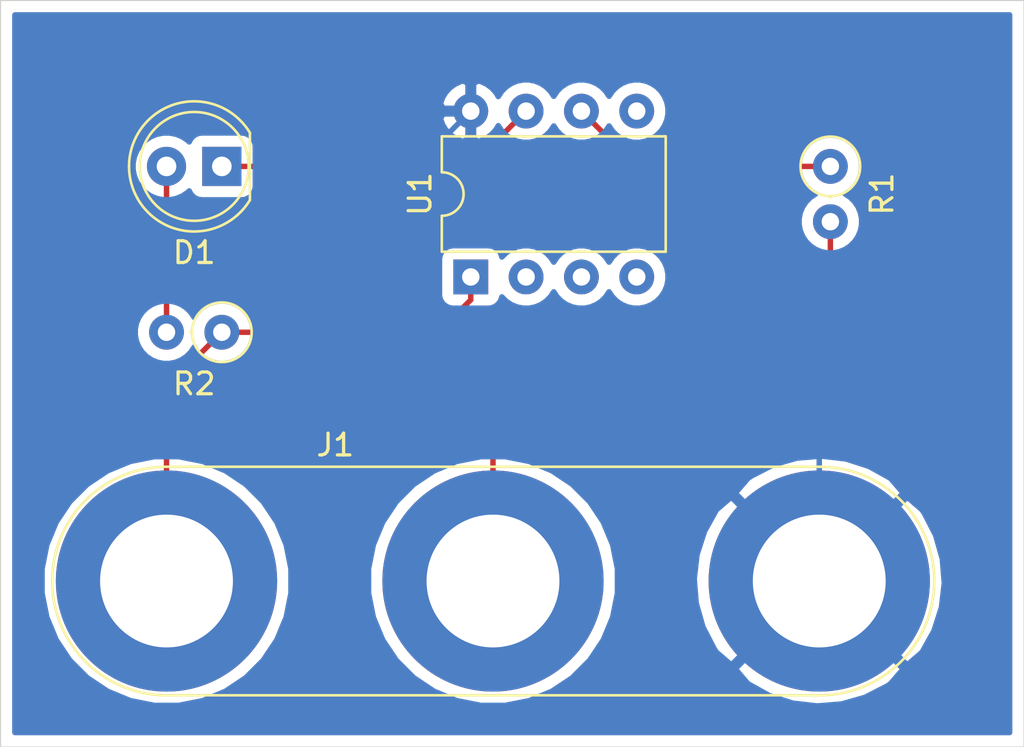
<source format=kicad_pcb>
(kicad_pcb (version 20171130) (host pcbnew "(5.1.5)-2")

  (general
    (thickness 1.6)
    (drawings 4)
    (tracks 24)
    (zones 0)
    (modules 5)
    (nets 11)
  )

  (page A4)
  (title_block
    (title "Tutorial 1")
    (date 2019-12-02)
  )

  (layers
    (0 F.Cu signal)
    (31 B.Cu signal)
    (32 B.Adhes user)
    (33 F.Adhes user)
    (34 B.Paste user)
    (35 F.Paste user)
    (36 B.SilkS user)
    (37 F.SilkS user)
    (38 B.Mask user)
    (39 F.Mask user)
    (40 Dwgs.User user)
    (41 Cmts.User user)
    (42 Eco1.User user)
    (43 Eco2.User user)
    (44 Edge.Cuts user)
    (45 Margin user)
    (46 B.CrtYd user)
    (47 F.CrtYd user)
    (48 B.Fab user)
    (49 F.Fab user)
  )

  (setup
    (last_trace_width 0.25)
    (trace_clearance 0.25)
    (zone_clearance 0.508)
    (zone_45_only no)
    (trace_min 0.25)
    (via_size 0.8)
    (via_drill 0.4)
    (via_min_size 0.4)
    (via_min_drill 0.3)
    (uvia_size 0.3)
    (uvia_drill 0.1)
    (uvias_allowed no)
    (uvia_min_size 0.2)
    (uvia_min_drill 0.1)
    (edge_width 0.05)
    (segment_width 0.2)
    (pcb_text_width 0.3)
    (pcb_text_size 1.5 1.5)
    (mod_edge_width 0.12)
    (mod_text_size 1 1)
    (mod_text_width 0.15)
    (pad_size 1.524 1.524)
    (pad_drill 0.762)
    (pad_to_mask_clearance 0.051)
    (solder_mask_min_width 0.25)
    (aux_axis_origin 0 0)
    (visible_elements FFFFFF7F)
    (pcbplotparams
      (layerselection 0x010fc_ffffffff)
      (usegerberextensions false)
      (usegerberattributes false)
      (usegerberadvancedattributes false)
      (creategerberjobfile false)
      (excludeedgelayer true)
      (linewidth 0.100000)
      (plotframeref false)
      (viasonmask false)
      (mode 1)
      (useauxorigin false)
      (hpglpennumber 1)
      (hpglpenspeed 20)
      (hpglpendiameter 15.000000)
      (psnegative false)
      (psa4output false)
      (plotreference true)
      (plotvalue true)
      (plotinvisibletext false)
      (padsonsilk false)
      (subtractmaskfromsilk false)
      (outputformat 1)
      (mirror false)
      (drillshape 0)
      (scaleselection 1)
      (outputdirectory "gerber/"))
  )

  (net 0 "")
  (net 1 /uCtoLED)
  (net 2 /LEDtoR)
  (net 3 VCC)
  (net 4 GND)
  (net 5 /INPUTtoR)
  (net 6 /INPUT)
  (net 7 "Net-(U1-Pad5)")
  (net 8 "Net-(U1-Pad2)")
  (net 9 "Net-(U1-Pad3)")
  (net 10 "Net-(U1-Pad4)")

  (net_class Default "Dit is de standaard class."
    (clearance 0.25)
    (trace_width 0.25)
    (via_dia 0.8)
    (via_drill 0.4)
    (uvia_dia 0.3)
    (uvia_drill 0.1)
    (diff_pair_width 0.25)
    (diff_pair_gap 0.25)
    (add_net /INPUT)
    (add_net /INPUTtoR)
    (add_net /LEDtoR)
    (add_net /uCtoLED)
    (add_net GND)
    (add_net "Net-(U1-Pad2)")
    (add_net "Net-(U1-Pad3)")
    (add_net "Net-(U1-Pad4)")
    (add_net "Net-(U1-Pad5)")
    (add_net VCC)
  )

  (module LED_THT:LED_D5.0mm (layer F.Cu) (tedit 5995936A) (tstamp 5DE52BD2)
    (at 125.73 100.33 180)
    (descr "LED, diameter 5.0mm, 2 pins, http://cdn-reichelt.de/documents/datenblatt/A500/LL-504BC2E-009.pdf")
    (tags "LED diameter 5.0mm 2 pins")
    (path /5DE512A9)
    (fp_text reference D1 (at 1.27 -3.96) (layer F.SilkS)
      (effects (font (size 1 1) (thickness 0.15)))
    )
    (fp_text value LED (at 1.27 3.96) (layer F.Fab)
      (effects (font (size 1 1) (thickness 0.15)))
    )
    (fp_arc (start 1.27 0) (end -1.23 -1.469694) (angle 299.1) (layer F.Fab) (width 0.1))
    (fp_arc (start 1.27 0) (end -1.29 -1.54483) (angle 148.9) (layer F.SilkS) (width 0.12))
    (fp_arc (start 1.27 0) (end -1.29 1.54483) (angle -148.9) (layer F.SilkS) (width 0.12))
    (fp_circle (center 1.27 0) (end 3.77 0) (layer F.Fab) (width 0.1))
    (fp_circle (center 1.27 0) (end 3.77 0) (layer F.SilkS) (width 0.12))
    (fp_line (start -1.23 -1.469694) (end -1.23 1.469694) (layer F.Fab) (width 0.1))
    (fp_line (start -1.29 -1.545) (end -1.29 1.545) (layer F.SilkS) (width 0.12))
    (fp_line (start -1.95 -3.25) (end -1.95 3.25) (layer F.CrtYd) (width 0.05))
    (fp_line (start -1.95 3.25) (end 4.5 3.25) (layer F.CrtYd) (width 0.05))
    (fp_line (start 4.5 3.25) (end 4.5 -3.25) (layer F.CrtYd) (width 0.05))
    (fp_line (start 4.5 -3.25) (end -1.95 -3.25) (layer F.CrtYd) (width 0.05))
    (fp_text user %R (at 1.25 0) (layer F.Fab)
      (effects (font (size 0.8 0.8) (thickness 0.2)))
    )
    (pad 1 thru_hole rect (at 0 0 180) (size 1.8 1.8) (drill 0.9) (layers *.Cu *.Mask)
      (net 1 /uCtoLED))
    (pad 2 thru_hole circle (at 2.54 0 180) (size 1.8 1.8) (drill 0.9) (layers *.Cu *.Mask)
      (net 2 /LEDtoR))
    (model ${KISYS3DMOD}/LED_THT.3dshapes/LED_D5.0mm.wrl
      (at (xyz 0 0 0))
      (scale (xyz 1 1 1))
      (rotate (xyz 0 0 0))
    )
  )

  (module Connector:Banana_Jack_3Pin (layer F.Cu) (tedit 5A1AB217) (tstamp 5DE52BE8)
    (at 123.19 119.38)
    (descr "Triple banana socket, footprint - 3 x 6mm drills")
    (tags "banana socket")
    (path /5DE69818)
    (fp_text reference J1 (at 7.75 -6.25) (layer F.SilkS)
      (effects (font (size 1 1) (thickness 0.15)))
    )
    (fp_text value MyConn3 (at 22.5 -6.25) (layer F.Fab)
      (effects (font (size 1 1) (thickness 0.15)))
    )
    (fp_text user %R (at 14.99 0) (layer F.Fab)
      (effects (font (size 0.8 0.8) (thickness 0.12)))
    )
    (fp_line (start 30 5.5) (end 0 5.5) (layer F.CrtYd) (width 0.05))
    (fp_line (start 0 -5.5) (end 30 -5.5) (layer F.CrtYd) (width 0.05))
    (fp_line (start 0 5.25) (end 30 5.25) (layer F.SilkS) (width 0.12))
    (fp_line (start 30 -5.25) (end 0 -5.25) (layer F.SilkS) (width 0.12))
    (fp_circle (center 30 0) (end 30 -2) (layer F.Fab) (width 0.1))
    (fp_circle (center 30 0) (end 30 -4.75) (layer F.Fab) (width 0.1))
    (fp_circle (center 15 0) (end 19.75 0) (layer F.Fab) (width 0.1))
    (fp_circle (center 15 0) (end 17 0) (layer F.Fab) (width 0.1))
    (fp_circle (center 0 0) (end 4.75 0) (layer F.Fab) (width 0.1))
    (fp_circle (center 0 0) (end 2 0) (layer F.Fab) (width 0.1))
    (fp_arc (start 0 0) (end 0 5.5) (angle 180) (layer F.CrtYd) (width 0.05))
    (fp_arc (start 30 0) (end 30 -5.5) (angle 180) (layer F.CrtYd) (width 0.05))
    (fp_arc (start 30 0) (end 30 -5.25) (angle 180) (layer F.SilkS) (width 0.12))
    (fp_arc (start 0 0) (end 0 5.25) (angle 180) (layer F.SilkS) (width 0.12))
    (pad 1 thru_hole circle (at 0 0) (size 10.16 10.16) (drill 6.1) (layers *.Cu *.Mask)
      (net 3 VCC))
    (pad 3 thru_hole circle (at 29.97 0) (size 10.16 10.16) (drill 6.1) (layers *.Cu *.Mask)
      (net 4 GND))
    (pad 2 thru_hole circle (at 14.99 0) (size 10.16 10.16) (drill 6.1) (layers *.Cu *.Mask)
      (net 5 /INPUTtoR))
    (model ${KISYS3DMOD}/Connector.3dshapes/Banana_Jack_3Pin.wrl
      (offset (xyz 14.9999997746626 0 0))
      (scale (xyz 2 2 2))
      (rotate (xyz 0 0 0))
    )
  )

  (module Resistor_THT:R_Axial_DIN0207_L6.3mm_D2.5mm_P2.54mm_Vertical (layer F.Cu) (tedit 5AE5139B) (tstamp 5DE52BF7)
    (at 153.67 100.33 270)
    (descr "Resistor, Axial_DIN0207 series, Axial, Vertical, pin pitch=2.54mm, 0.25W = 1/4W, length*diameter=6.3*2.5mm^2, http://cdn-reichelt.de/documents/datenblatt/B400/1_4W%23YAG.pdf")
    (tags "Resistor Axial_DIN0207 series Axial Vertical pin pitch 2.54mm 0.25W = 1/4W length 6.3mm diameter 2.5mm")
    (path /5DE4DCBE)
    (fp_text reference R1 (at 1.27 -2.37 90) (layer F.SilkS)
      (effects (font (size 1 1) (thickness 0.15)))
    )
    (fp_text value 100 (at 1.27 2.37 270) (layer F.Fab)
      (effects (font (size 1 1) (thickness 0.15)))
    )
    (fp_text user %R (at 1.27 -2.37 90) (layer F.Fab)
      (effects (font (size 1 1) (thickness 0.15)))
    )
    (fp_line (start 3.59 -1.5) (end -1.5 -1.5) (layer F.CrtYd) (width 0.05))
    (fp_line (start 3.59 1.5) (end 3.59 -1.5) (layer F.CrtYd) (width 0.05))
    (fp_line (start -1.5 1.5) (end 3.59 1.5) (layer F.CrtYd) (width 0.05))
    (fp_line (start -1.5 -1.5) (end -1.5 1.5) (layer F.CrtYd) (width 0.05))
    (fp_line (start 1.37 0) (end 1.44 0) (layer F.SilkS) (width 0.12))
    (fp_line (start 0 0) (end 2.54 0) (layer F.Fab) (width 0.1))
    (fp_circle (center 0 0) (end 1.37 0) (layer F.SilkS) (width 0.12))
    (fp_circle (center 0 0) (end 1.25 0) (layer F.Fab) (width 0.1))
    (pad 2 thru_hole oval (at 2.54 0 270) (size 1.6 1.6) (drill 0.8) (layers *.Cu *.Mask)
      (net 5 /INPUTtoR))
    (pad 1 thru_hole circle (at 0 0 270) (size 1.6 1.6) (drill 0.8) (layers *.Cu *.Mask)
      (net 6 /INPUT))
    (model ${KISYS3DMOD}/Resistor_THT.3dshapes/R_Axial_DIN0207_L6.3mm_D2.5mm_P2.54mm_Vertical.wrl
      (at (xyz 0 0 0))
      (scale (xyz 1 1 1))
      (rotate (xyz 0 0 0))
    )
  )

  (module Resistor_THT:R_Axial_DIN0207_L6.3mm_D2.5mm_P2.54mm_Vertical (layer F.Cu) (tedit 5AE5139B) (tstamp 5DE52C06)
    (at 125.73 107.95 180)
    (descr "Resistor, Axial_DIN0207 series, Axial, Vertical, pin pitch=2.54mm, 0.25W = 1/4W, length*diameter=6.3*2.5mm^2, http://cdn-reichelt.de/documents/datenblatt/B400/1_4W%23YAG.pdf")
    (tags "Resistor Axial_DIN0207 series Axial Vertical pin pitch 2.54mm 0.25W = 1/4W length 6.3mm diameter 2.5mm")
    (path /5DE4C982)
    (fp_text reference R2 (at 1.27 -2.37) (layer F.SilkS)
      (effects (font (size 1 1) (thickness 0.15)))
    )
    (fp_text value 1k (at 1.27 2.37) (layer F.Fab)
      (effects (font (size 1 1) (thickness 0.15)))
    )
    (fp_circle (center 0 0) (end 1.25 0) (layer F.Fab) (width 0.1))
    (fp_circle (center 0 0) (end 1.37 0) (layer F.SilkS) (width 0.12))
    (fp_line (start 0 0) (end 2.54 0) (layer F.Fab) (width 0.1))
    (fp_line (start 1.37 0) (end 1.44 0) (layer F.SilkS) (width 0.12))
    (fp_line (start -1.5 -1.5) (end -1.5 1.5) (layer F.CrtYd) (width 0.05))
    (fp_line (start -1.5 1.5) (end 3.59 1.5) (layer F.CrtYd) (width 0.05))
    (fp_line (start 3.59 1.5) (end 3.59 -1.5) (layer F.CrtYd) (width 0.05))
    (fp_line (start 3.59 -1.5) (end -1.5 -1.5) (layer F.CrtYd) (width 0.05))
    (fp_text user %R (at 1.27 -2.37) (layer F.Fab)
      (effects (font (size 1 1) (thickness 0.15)))
    )
    (pad 1 thru_hole circle (at 0 0 180) (size 1.6 1.6) (drill 0.8) (layers *.Cu *.Mask)
      (net 3 VCC))
    (pad 2 thru_hole oval (at 2.54 0 180) (size 1.6 1.6) (drill 0.8) (layers *.Cu *.Mask)
      (net 2 /LEDtoR))
    (model ${KISYS3DMOD}/Resistor_THT.3dshapes/R_Axial_DIN0207_L6.3mm_D2.5mm_P2.54mm_Vertical.wrl
      (at (xyz 0 0 0))
      (scale (xyz 1 1 1))
      (rotate (xyz 0 0 0))
    )
  )

  (module Package_DIP:DIP-8_W7.62mm (layer F.Cu) (tedit 5A02E8C5) (tstamp 5DE52E16)
    (at 137.16 105.41 90)
    (descr "8-lead though-hole mounted DIP package, row spacing 7.62 mm (300 mils)")
    (tags "THT DIP DIL PDIP 2.54mm 7.62mm 300mil")
    (path /5DE4E944)
    (fp_text reference U1 (at 3.81 -2.33 90) (layer F.SilkS)
      (effects (font (size 1 1) (thickness 0.15)))
    )
    (fp_text value PIC12C508A-ISN (at 3.81 9.95 90) (layer F.Fab)
      (effects (font (size 1 1) (thickness 0.15)))
    )
    (fp_arc (start 3.81 -1.33) (end 2.81 -1.33) (angle -180) (layer F.SilkS) (width 0.12))
    (fp_line (start 1.635 -1.27) (end 6.985 -1.27) (layer F.Fab) (width 0.1))
    (fp_line (start 6.985 -1.27) (end 6.985 8.89) (layer F.Fab) (width 0.1))
    (fp_line (start 6.985 8.89) (end 0.635 8.89) (layer F.Fab) (width 0.1))
    (fp_line (start 0.635 8.89) (end 0.635 -0.27) (layer F.Fab) (width 0.1))
    (fp_line (start 0.635 -0.27) (end 1.635 -1.27) (layer F.Fab) (width 0.1))
    (fp_line (start 2.81 -1.33) (end 1.16 -1.33) (layer F.SilkS) (width 0.12))
    (fp_line (start 1.16 -1.33) (end 1.16 8.95) (layer F.SilkS) (width 0.12))
    (fp_line (start 1.16 8.95) (end 6.46 8.95) (layer F.SilkS) (width 0.12))
    (fp_line (start 6.46 8.95) (end 6.46 -1.33) (layer F.SilkS) (width 0.12))
    (fp_line (start 6.46 -1.33) (end 4.81 -1.33) (layer F.SilkS) (width 0.12))
    (fp_line (start -1.1 -1.55) (end -1.1 9.15) (layer F.CrtYd) (width 0.05))
    (fp_line (start -1.1 9.15) (end 8.7 9.15) (layer F.CrtYd) (width 0.05))
    (fp_line (start 8.7 9.15) (end 8.7 -1.55) (layer F.CrtYd) (width 0.05))
    (fp_line (start 8.7 -1.55) (end -1.1 -1.55) (layer F.CrtYd) (width 0.05))
    (fp_text user %R (at 3.81 3.81 90) (layer F.Fab)
      (effects (font (size 1 1) (thickness 0.15)))
    )
    (pad 1 thru_hole rect (at 0 0 90) (size 1.6 1.6) (drill 0.8) (layers *.Cu *.Mask)
      (net 3 VCC))
    (pad 5 thru_hole oval (at 7.62 7.62 90) (size 1.6 1.6) (drill 0.8) (layers *.Cu *.Mask)
      (net 7 "Net-(U1-Pad5)"))
    (pad 2 thru_hole oval (at 0 2.54 90) (size 1.6 1.6) (drill 0.8) (layers *.Cu *.Mask)
      (net 8 "Net-(U1-Pad2)"))
    (pad 6 thru_hole oval (at 7.62 5.08 90) (size 1.6 1.6) (drill 0.8) (layers *.Cu *.Mask)
      (net 6 /INPUT))
    (pad 3 thru_hole oval (at 0 5.08 90) (size 1.6 1.6) (drill 0.8) (layers *.Cu *.Mask)
      (net 9 "Net-(U1-Pad3)"))
    (pad 7 thru_hole oval (at 7.62 2.54 90) (size 1.6 1.6) (drill 0.8) (layers *.Cu *.Mask)
      (net 1 /uCtoLED))
    (pad 4 thru_hole oval (at 0 7.62 90) (size 1.6 1.6) (drill 0.8) (layers *.Cu *.Mask)
      (net 10 "Net-(U1-Pad4)"))
    (pad 8 thru_hole oval (at 7.62 0 90) (size 1.6 1.6) (drill 0.8) (layers *.Cu *.Mask)
      (net 4 GND))
    (model ${KISYS3DMOD}/Package_DIP.3dshapes/DIP-8_W7.62mm.wrl
      (at (xyz 0 0 0))
      (scale (xyz 1 1 1))
      (rotate (xyz 0 0 0))
    )
  )

  (gr_line (start 115.57 127) (end 115.57 92.71) (layer Edge.Cuts) (width 0.05) (tstamp 5DE530CE))
  (gr_line (start 162.56 127) (end 115.57 127) (layer Edge.Cuts) (width 0.05))
  (gr_line (start 162.56 92.71) (end 162.56 127) (layer Edge.Cuts) (width 0.05))
  (gr_line (start 115.57 92.71) (end 162.56 92.71) (layer Edge.Cuts) (width 0.05))

  (segment (start 137.16 100.33) (end 139.7 97.79) (width 0.25) (layer F.Cu) (net 1))
  (segment (start 125.73 100.33) (end 137.16 100.33) (width 0.25) (layer F.Cu) (net 1))
  (segment (start 123.19 107.95) (end 123.19 100.33) (width 0.25) (layer F.Cu) (net 2))
  (segment (start 123.19 110.49) (end 125.73 107.95) (width 0.25) (layer F.Cu) (net 3))
  (segment (start 123.19 119.38) (end 123.19 110.49) (width 0.25) (layer F.Cu) (net 3))
  (segment (start 137.16 106.46) (end 137.16 105.41) (width 0.25) (layer F.Cu) (net 3))
  (segment (start 135.67 107.95) (end 137.16 106.46) (width 0.25) (layer F.Cu) (net 3))
  (segment (start 125.73 107.95) (end 135.67 107.95) (width 0.25) (layer F.Cu) (net 3))
  (segment (start 153.16 112.050998) (end 150.329002 109.22) (width 0.25) (layer B.Cu) (net 4))
  (segment (start 153.16 119.38) (end 153.16 112.050998) (width 0.25) (layer B.Cu) (net 4))
  (segment (start 150.329002 109.22) (end 135.89 109.22) (width 0.25) (layer B.Cu) (net 4))
  (segment (start 135.89 109.22) (end 132.08 105.41) (width 0.25) (layer B.Cu) (net 4))
  (segment (start 132.08 102.87) (end 137.16 97.79) (width 0.25) (layer B.Cu) (net 4))
  (segment (start 132.08 105.41) (end 132.08 102.87) (width 0.25) (layer B.Cu) (net 4))
  (segment (start 153.16 112.195796) (end 151.454204 110.49) (width 0.25) (layer B.Cu) (net 4))
  (segment (start 153.16 119.38) (end 153.16 112.195796) (width 0.25) (layer B.Cu) (net 4))
  (segment (start 151.454204 110.49) (end 134.62 110.49) (width 0.25) (layer B.Cu) (net 4))
  (segment (start 138.18 113.28) (end 138.18 119.38) (width 0.25) (layer F.Cu) (net 5))
  (segment (start 140.97 110.49) (end 138.18 113.28) (width 0.25) (layer F.Cu) (net 5))
  (segment (start 149.86 110.49) (end 140.97 110.49) (width 0.25) (layer F.Cu) (net 5))
  (segment (start 153.67 102.87) (end 153.67 106.68) (width 0.25) (layer F.Cu) (net 5))
  (segment (start 153.67 106.68) (end 149.86 110.49) (width 0.25) (layer F.Cu) (net 5))
  (segment (start 144.78 100.33) (end 153.67 100.33) (width 0.25) (layer F.Cu) (net 6))
  (segment (start 142.24 97.79) (end 144.78 100.33) (width 0.25) (layer F.Cu) (net 6))

  (zone (net 4) (net_name GND) (layer B.Cu) (tstamp 5DE5313F) (hatch edge 0.508)
    (connect_pads (clearance 0.508))
    (min_thickness 0.254)
    (fill yes (arc_segments 32) (thermal_gap 0.508) (thermal_bridge_width 0.508))
    (polygon
      (pts
        (xy 162.56 127) (xy 115.57 127) (xy 115.57 92.71) (xy 162.56 92.71)
      )
    )
    (filled_polygon
      (pts
        (xy 161.900001 126.34) (xy 116.23 126.34) (xy 116.23 118.817122) (xy 117.475 118.817122) (xy 117.475 119.942878)
        (xy 117.694625 121.047004) (xy 118.125433 122.087067) (xy 118.75087 123.0231) (xy 119.5469 123.81913) (xy 120.482933 124.444567)
        (xy 121.522996 124.875375) (xy 122.627122 125.095) (xy 123.752878 125.095) (xy 124.857004 124.875375) (xy 125.897067 124.444567)
        (xy 126.8331 123.81913) (xy 127.62913 123.0231) (xy 128.254567 122.087067) (xy 128.685375 121.047004) (xy 128.905 119.942878)
        (xy 128.905 118.817122) (xy 132.465 118.817122) (xy 132.465 119.942878) (xy 132.684625 121.047004) (xy 133.115433 122.087067)
        (xy 133.74087 123.0231) (xy 134.5369 123.81913) (xy 135.472933 124.444567) (xy 136.512996 124.875375) (xy 137.617122 125.095)
        (xy 138.742878 125.095) (xy 139.847004 124.875375) (xy 140.887067 124.444567) (xy 141.8231 123.81913) (xy 142.225034 123.417196)
        (xy 149.302409 123.417196) (xy 149.888124 124.099416) (xy 150.871704 124.647045) (xy 151.943223 124.992265) (xy 153.061501 125.121808)
        (xy 154.183565 125.030697) (xy 155.266294 124.722433) (xy 156.268079 124.208863) (xy 156.431876 124.099416) (xy 157.017591 123.417196)
        (xy 153.16 119.559605) (xy 149.302409 123.417196) (xy 142.225034 123.417196) (xy 142.61913 123.0231) (xy 143.244567 122.087067)
        (xy 143.675375 121.047004) (xy 143.895 119.942878) (xy 143.895 119.281501) (xy 147.418192 119.281501) (xy 147.509303 120.403565)
        (xy 147.817567 121.486294) (xy 148.331137 122.488079) (xy 148.440584 122.651876) (xy 149.122804 123.237591) (xy 152.980395 119.38)
        (xy 153.339605 119.38) (xy 157.197196 123.237591) (xy 157.879416 122.651876) (xy 158.427045 121.668296) (xy 158.772265 120.596777)
        (xy 158.901808 119.478499) (xy 158.810697 118.356435) (xy 158.502433 117.273706) (xy 157.988863 116.271921) (xy 157.879416 116.108124)
        (xy 157.197196 115.522409) (xy 153.339605 119.38) (xy 152.980395 119.38) (xy 149.122804 115.522409) (xy 148.440584 116.108124)
        (xy 147.892955 117.091704) (xy 147.547735 118.163223) (xy 147.418192 119.281501) (xy 143.895 119.281501) (xy 143.895 118.817122)
        (xy 143.675375 117.712996) (xy 143.244567 116.672933) (xy 142.61913 115.7369) (xy 142.225034 115.342804) (xy 149.302409 115.342804)
        (xy 153.16 119.200395) (xy 157.017591 115.342804) (xy 156.431876 114.660584) (xy 155.448296 114.112955) (xy 154.376777 113.767735)
        (xy 153.258499 113.638192) (xy 152.136435 113.729303) (xy 151.053706 114.037567) (xy 150.051921 114.551137) (xy 149.888124 114.660584)
        (xy 149.302409 115.342804) (xy 142.225034 115.342804) (xy 141.8231 114.94087) (xy 140.887067 114.315433) (xy 139.847004 113.884625)
        (xy 138.742878 113.665) (xy 137.617122 113.665) (xy 136.512996 113.884625) (xy 135.472933 114.315433) (xy 134.5369 114.94087)
        (xy 133.74087 115.7369) (xy 133.115433 116.672933) (xy 132.684625 117.712996) (xy 132.465 118.817122) (xy 128.905 118.817122)
        (xy 128.685375 117.712996) (xy 128.254567 116.672933) (xy 127.62913 115.7369) (xy 126.8331 114.94087) (xy 125.897067 114.315433)
        (xy 124.857004 113.884625) (xy 123.752878 113.665) (xy 122.627122 113.665) (xy 121.522996 113.884625) (xy 120.482933 114.315433)
        (xy 119.5469 114.94087) (xy 118.75087 115.7369) (xy 118.125433 116.672933) (xy 117.694625 117.712996) (xy 117.475 118.817122)
        (xy 116.23 118.817122) (xy 116.23 107.808665) (xy 121.755 107.808665) (xy 121.755 108.091335) (xy 121.810147 108.368574)
        (xy 121.91832 108.629727) (xy 122.075363 108.864759) (xy 122.275241 109.064637) (xy 122.510273 109.22168) (xy 122.771426 109.329853)
        (xy 123.048665 109.385) (xy 123.331335 109.385) (xy 123.608574 109.329853) (xy 123.869727 109.22168) (xy 124.104759 109.064637)
        (xy 124.304637 108.864759) (xy 124.46 108.632241) (xy 124.615363 108.864759) (xy 124.815241 109.064637) (xy 125.050273 109.22168)
        (xy 125.311426 109.329853) (xy 125.588665 109.385) (xy 125.871335 109.385) (xy 126.148574 109.329853) (xy 126.409727 109.22168)
        (xy 126.644759 109.064637) (xy 126.844637 108.864759) (xy 127.00168 108.629727) (xy 127.109853 108.368574) (xy 127.165 108.091335)
        (xy 127.165 107.808665) (xy 127.109853 107.531426) (xy 127.00168 107.270273) (xy 126.844637 107.035241) (xy 126.644759 106.835363)
        (xy 126.409727 106.67832) (xy 126.148574 106.570147) (xy 125.871335 106.515) (xy 125.588665 106.515) (xy 125.311426 106.570147)
        (xy 125.050273 106.67832) (xy 124.815241 106.835363) (xy 124.615363 107.035241) (xy 124.46 107.267759) (xy 124.304637 107.035241)
        (xy 124.104759 106.835363) (xy 123.869727 106.67832) (xy 123.608574 106.570147) (xy 123.331335 106.515) (xy 123.048665 106.515)
        (xy 122.771426 106.570147) (xy 122.510273 106.67832) (xy 122.275241 106.835363) (xy 122.075363 107.035241) (xy 121.91832 107.270273)
        (xy 121.810147 107.531426) (xy 121.755 107.808665) (xy 116.23 107.808665) (xy 116.23 104.61) (xy 135.721928 104.61)
        (xy 135.721928 106.21) (xy 135.734188 106.334482) (xy 135.770498 106.45418) (xy 135.829463 106.564494) (xy 135.908815 106.661185)
        (xy 136.005506 106.740537) (xy 136.11582 106.799502) (xy 136.235518 106.835812) (xy 136.36 106.848072) (xy 137.96 106.848072)
        (xy 138.084482 106.835812) (xy 138.20418 106.799502) (xy 138.314494 106.740537) (xy 138.411185 106.661185) (xy 138.490537 106.564494)
        (xy 138.549502 106.45418) (xy 138.585812 106.334482) (xy 138.586643 106.326039) (xy 138.785241 106.524637) (xy 139.020273 106.68168)
        (xy 139.281426 106.789853) (xy 139.558665 106.845) (xy 139.841335 106.845) (xy 140.118574 106.789853) (xy 140.379727 106.68168)
        (xy 140.614759 106.524637) (xy 140.814637 106.324759) (xy 140.97 106.092241) (xy 141.125363 106.324759) (xy 141.325241 106.524637)
        (xy 141.560273 106.68168) (xy 141.821426 106.789853) (xy 142.098665 106.845) (xy 142.381335 106.845) (xy 142.658574 106.789853)
        (xy 142.919727 106.68168) (xy 143.154759 106.524637) (xy 143.354637 106.324759) (xy 143.51 106.092241) (xy 143.665363 106.324759)
        (xy 143.865241 106.524637) (xy 144.100273 106.68168) (xy 144.361426 106.789853) (xy 144.638665 106.845) (xy 144.921335 106.845)
        (xy 145.198574 106.789853) (xy 145.459727 106.68168) (xy 145.694759 106.524637) (xy 145.894637 106.324759) (xy 146.05168 106.089727)
        (xy 146.159853 105.828574) (xy 146.215 105.551335) (xy 146.215 105.268665) (xy 146.159853 104.991426) (xy 146.05168 104.730273)
        (xy 145.894637 104.495241) (xy 145.694759 104.295363) (xy 145.459727 104.13832) (xy 145.198574 104.030147) (xy 144.921335 103.975)
        (xy 144.638665 103.975) (xy 144.361426 104.030147) (xy 144.100273 104.13832) (xy 143.865241 104.295363) (xy 143.665363 104.495241)
        (xy 143.51 104.727759) (xy 143.354637 104.495241) (xy 143.154759 104.295363) (xy 142.919727 104.13832) (xy 142.658574 104.030147)
        (xy 142.381335 103.975) (xy 142.098665 103.975) (xy 141.821426 104.030147) (xy 141.560273 104.13832) (xy 141.325241 104.295363)
        (xy 141.125363 104.495241) (xy 140.97 104.727759) (xy 140.814637 104.495241) (xy 140.614759 104.295363) (xy 140.379727 104.13832)
        (xy 140.118574 104.030147) (xy 139.841335 103.975) (xy 139.558665 103.975) (xy 139.281426 104.030147) (xy 139.020273 104.13832)
        (xy 138.785241 104.295363) (xy 138.586643 104.493961) (xy 138.585812 104.485518) (xy 138.549502 104.36582) (xy 138.490537 104.255506)
        (xy 138.411185 104.158815) (xy 138.314494 104.079463) (xy 138.20418 104.020498) (xy 138.084482 103.984188) (xy 137.96 103.971928)
        (xy 136.36 103.971928) (xy 136.235518 103.984188) (xy 136.11582 104.020498) (xy 136.005506 104.079463) (xy 135.908815 104.158815)
        (xy 135.829463 104.255506) (xy 135.770498 104.36582) (xy 135.734188 104.485518) (xy 135.721928 104.61) (xy 116.23 104.61)
        (xy 116.23 100.178816) (xy 121.655 100.178816) (xy 121.655 100.481184) (xy 121.713989 100.777743) (xy 121.829701 101.057095)
        (xy 121.997688 101.308505) (xy 122.211495 101.522312) (xy 122.462905 101.690299) (xy 122.742257 101.806011) (xy 123.038816 101.865)
        (xy 123.341184 101.865) (xy 123.637743 101.806011) (xy 123.917095 101.690299) (xy 124.168505 101.522312) (xy 124.234944 101.455873)
        (xy 124.240498 101.47418) (xy 124.299463 101.584494) (xy 124.378815 101.681185) (xy 124.475506 101.760537) (xy 124.58582 101.819502)
        (xy 124.705518 101.855812) (xy 124.83 101.868072) (xy 126.63 101.868072) (xy 126.754482 101.855812) (xy 126.87418 101.819502)
        (xy 126.984494 101.760537) (xy 127.081185 101.681185) (xy 127.160537 101.584494) (xy 127.219502 101.47418) (xy 127.255812 101.354482)
        (xy 127.268072 101.23) (xy 127.268072 100.188665) (xy 152.235 100.188665) (xy 152.235 100.471335) (xy 152.290147 100.748574)
        (xy 152.39832 101.009727) (xy 152.555363 101.244759) (xy 152.755241 101.444637) (xy 152.987759 101.6) (xy 152.755241 101.755363)
        (xy 152.555363 101.955241) (xy 152.39832 102.190273) (xy 152.290147 102.451426) (xy 152.235 102.728665) (xy 152.235 103.011335)
        (xy 152.290147 103.288574) (xy 152.39832 103.549727) (xy 152.555363 103.784759) (xy 152.755241 103.984637) (xy 152.990273 104.14168)
        (xy 153.251426 104.249853) (xy 153.528665 104.305) (xy 153.811335 104.305) (xy 154.088574 104.249853) (xy 154.349727 104.14168)
        (xy 154.584759 103.984637) (xy 154.784637 103.784759) (xy 154.94168 103.549727) (xy 155.049853 103.288574) (xy 155.105 103.011335)
        (xy 155.105 102.728665) (xy 155.049853 102.451426) (xy 154.94168 102.190273) (xy 154.784637 101.955241) (xy 154.584759 101.755363)
        (xy 154.352241 101.6) (xy 154.584759 101.444637) (xy 154.784637 101.244759) (xy 154.94168 101.009727) (xy 155.049853 100.748574)
        (xy 155.105 100.471335) (xy 155.105 100.188665) (xy 155.049853 99.911426) (xy 154.94168 99.650273) (xy 154.784637 99.415241)
        (xy 154.584759 99.215363) (xy 154.349727 99.05832) (xy 154.088574 98.950147) (xy 153.811335 98.895) (xy 153.528665 98.895)
        (xy 153.251426 98.950147) (xy 152.990273 99.05832) (xy 152.755241 99.215363) (xy 152.555363 99.415241) (xy 152.39832 99.650273)
        (xy 152.290147 99.911426) (xy 152.235 100.188665) (xy 127.268072 100.188665) (xy 127.268072 99.43) (xy 127.255812 99.305518)
        (xy 127.219502 99.18582) (xy 127.160537 99.075506) (xy 127.081185 98.978815) (xy 126.984494 98.899463) (xy 126.87418 98.840498)
        (xy 126.754482 98.804188) (xy 126.63 98.791928) (xy 124.83 98.791928) (xy 124.705518 98.804188) (xy 124.58582 98.840498)
        (xy 124.475506 98.899463) (xy 124.378815 98.978815) (xy 124.299463 99.075506) (xy 124.240498 99.18582) (xy 124.234944 99.204127)
        (xy 124.168505 99.137688) (xy 123.917095 98.969701) (xy 123.637743 98.853989) (xy 123.341184 98.795) (xy 123.038816 98.795)
        (xy 122.742257 98.853989) (xy 122.462905 98.969701) (xy 122.211495 99.137688) (xy 121.997688 99.351495) (xy 121.829701 99.602905)
        (xy 121.713989 99.882257) (xy 121.655 100.178816) (xy 116.23 100.178816) (xy 116.23 98.13904) (xy 135.768091 98.13904)
        (xy 135.86293 98.403881) (xy 136.007615 98.645131) (xy 136.196586 98.853519) (xy 136.42258 99.021037) (xy 136.676913 99.141246)
        (xy 136.810961 99.181904) (xy 137.033 99.059915) (xy 137.033 97.917) (xy 135.889376 97.917) (xy 135.768091 98.13904)
        (xy 116.23 98.13904) (xy 116.23 97.44096) (xy 135.768091 97.44096) (xy 135.889376 97.663) (xy 137.033 97.663)
        (xy 137.033 96.520085) (xy 137.287 96.520085) (xy 137.287 97.663) (xy 137.307 97.663) (xy 137.307 97.917)
        (xy 137.287 97.917) (xy 137.287 99.059915) (xy 137.509039 99.181904) (xy 137.643087 99.141246) (xy 137.89742 99.021037)
        (xy 138.123414 98.853519) (xy 138.312385 98.645131) (xy 138.423933 98.459135) (xy 138.42832 98.469727) (xy 138.585363 98.704759)
        (xy 138.785241 98.904637) (xy 139.020273 99.06168) (xy 139.281426 99.169853) (xy 139.558665 99.225) (xy 139.841335 99.225)
        (xy 140.118574 99.169853) (xy 140.379727 99.06168) (xy 140.614759 98.904637) (xy 140.814637 98.704759) (xy 140.97 98.472241)
        (xy 141.125363 98.704759) (xy 141.325241 98.904637) (xy 141.560273 99.06168) (xy 141.821426 99.169853) (xy 142.098665 99.225)
        (xy 142.381335 99.225) (xy 142.658574 99.169853) (xy 142.919727 99.06168) (xy 143.154759 98.904637) (xy 143.354637 98.704759)
        (xy 143.51 98.472241) (xy 143.665363 98.704759) (xy 143.865241 98.904637) (xy 144.100273 99.06168) (xy 144.361426 99.169853)
        (xy 144.638665 99.225) (xy 144.921335 99.225) (xy 145.198574 99.169853) (xy 145.459727 99.06168) (xy 145.694759 98.904637)
        (xy 145.894637 98.704759) (xy 146.05168 98.469727) (xy 146.159853 98.208574) (xy 146.215 97.931335) (xy 146.215 97.648665)
        (xy 146.159853 97.371426) (xy 146.05168 97.110273) (xy 145.894637 96.875241) (xy 145.694759 96.675363) (xy 145.459727 96.51832)
        (xy 145.198574 96.410147) (xy 144.921335 96.355) (xy 144.638665 96.355) (xy 144.361426 96.410147) (xy 144.100273 96.51832)
        (xy 143.865241 96.675363) (xy 143.665363 96.875241) (xy 143.51 97.107759) (xy 143.354637 96.875241) (xy 143.154759 96.675363)
        (xy 142.919727 96.51832) (xy 142.658574 96.410147) (xy 142.381335 96.355) (xy 142.098665 96.355) (xy 141.821426 96.410147)
        (xy 141.560273 96.51832) (xy 141.325241 96.675363) (xy 141.125363 96.875241) (xy 140.97 97.107759) (xy 140.814637 96.875241)
        (xy 140.614759 96.675363) (xy 140.379727 96.51832) (xy 140.118574 96.410147) (xy 139.841335 96.355) (xy 139.558665 96.355)
        (xy 139.281426 96.410147) (xy 139.020273 96.51832) (xy 138.785241 96.675363) (xy 138.585363 96.875241) (xy 138.42832 97.110273)
        (xy 138.423933 97.120865) (xy 138.312385 96.934869) (xy 138.123414 96.726481) (xy 137.89742 96.558963) (xy 137.643087 96.438754)
        (xy 137.509039 96.398096) (xy 137.287 96.520085) (xy 137.033 96.520085) (xy 136.810961 96.398096) (xy 136.676913 96.438754)
        (xy 136.42258 96.558963) (xy 136.196586 96.726481) (xy 136.007615 96.934869) (xy 135.86293 97.176119) (xy 135.768091 97.44096)
        (xy 116.23 97.44096) (xy 116.23 93.37) (xy 161.9 93.37)
      )
    )
  )
)

</source>
